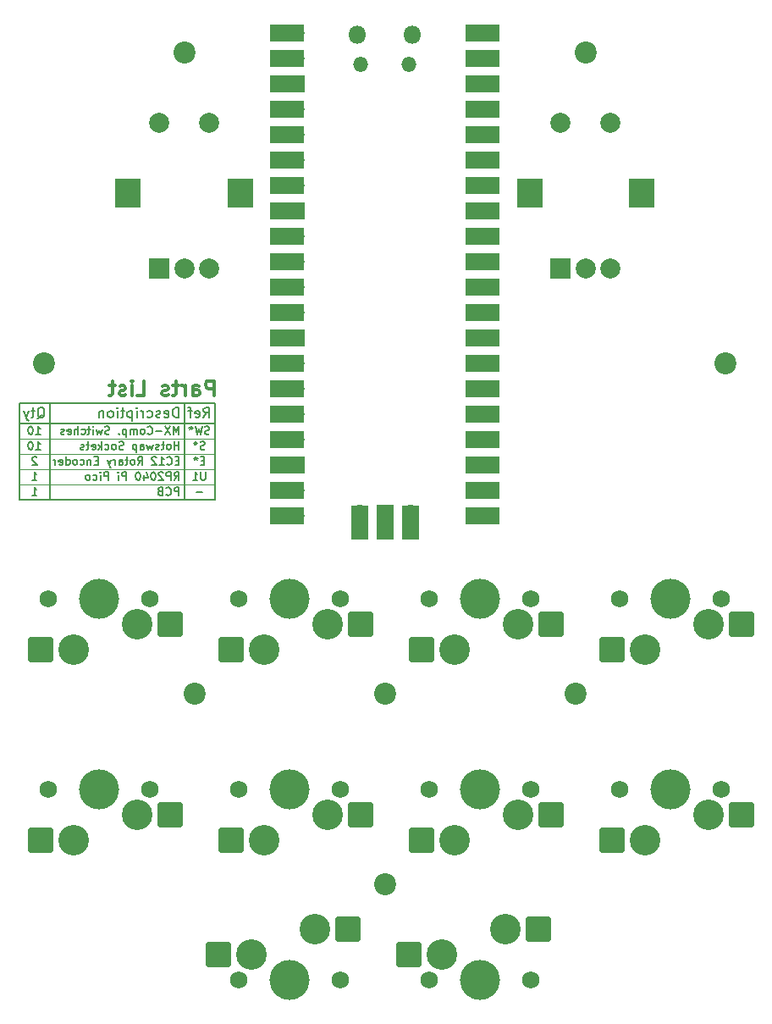
<source format=gbs>
%TF.GenerationSoftware,KiCad,Pcbnew,8.0.4*%
%TF.CreationDate,2024-09-06T01:45:46+10:00*%
%TF.ProjectId,PCB,5043422e-6b69-4636-9164-5f7063625858,rev?*%
%TF.SameCoordinates,Original*%
%TF.FileFunction,Soldermask,Bot*%
%TF.FilePolarity,Negative*%
%FSLAX46Y46*%
G04 Gerber Fmt 4.6, Leading zero omitted, Abs format (unit mm)*
G04 Created by KiCad (PCBNEW 8.0.4) date 2024-09-06 01:45:46*
%MOMM*%
%LPD*%
G01*
G04 APERTURE LIST*
G04 Aperture macros list*
%AMRoundRect*
0 Rectangle with rounded corners*
0 $1 Rounding radius*
0 $2 $3 $4 $5 $6 $7 $8 $9 X,Y pos of 4 corners*
0 Add a 4 corners polygon primitive as box body*
4,1,4,$2,$3,$4,$5,$6,$7,$8,$9,$2,$3,0*
0 Add four circle primitives for the rounded corners*
1,1,$1+$1,$2,$3*
1,1,$1+$1,$4,$5*
1,1,$1+$1,$6,$7*
1,1,$1+$1,$8,$9*
0 Add four rect primitives between the rounded corners*
20,1,$1+$1,$2,$3,$4,$5,0*
20,1,$1+$1,$4,$5,$6,$7,0*
20,1,$1+$1,$6,$7,$8,$9,0*
20,1,$1+$1,$8,$9,$2,$3,0*%
G04 Aperture macros list end*
%ADD10C,0.100000*%
%ADD11C,0.150000*%
%ADD12C,0.300000*%
%ADD13C,1.750000*%
%ADD14C,3.050000*%
%ADD15C,4.000000*%
%ADD16RoundRect,0.250000X1.025000X1.000000X-1.025000X1.000000X-1.025000X-1.000000X1.025000X-1.000000X0*%
%ADD17C,2.200000*%
%ADD18R,2.000000X2.000000*%
%ADD19C,2.000000*%
%ADD20R,2.500000X3.000000*%
%ADD21RoundRect,0.250000X-1.025000X-1.000000X1.025000X-1.000000X1.025000X1.000000X-1.025000X1.000000X0*%
%ADD22O,1.800000X1.800000*%
%ADD23O,1.500000X1.500000*%
%ADD24O,1.700000X1.700000*%
%ADD25R,3.500000X1.700000*%
%ADD26R,1.700000X1.700000*%
%ADD27R,1.700000X3.500000*%
G04 APERTURE END LIST*
D10*
X101218000Y-89287000D02*
X120776000Y-89287000D01*
D11*
X101218000Y-84715000D02*
X120776000Y-84715000D01*
D10*
X101218000Y-87763000D02*
X120776000Y-87763000D01*
D11*
X101218000Y-82683000D02*
X120776000Y-82683000D01*
X120776000Y-92360400D01*
X101218000Y-92360400D01*
X101218000Y-82683000D01*
D10*
X101218000Y-90811000D02*
X120776000Y-90811000D01*
D11*
X104266000Y-92335000D02*
X104266000Y-82683000D01*
X117728000Y-92335000D02*
X117728000Y-82683000D01*
D10*
X101218000Y-86239000D02*
X120776000Y-86239000D01*
D11*
X117184839Y-85839295D02*
X117184839Y-85039295D01*
X117184839Y-85039295D02*
X116918173Y-85610723D01*
X116918173Y-85610723D02*
X116651506Y-85039295D01*
X116651506Y-85039295D02*
X116651506Y-85839295D01*
X116346744Y-85039295D02*
X115813410Y-85839295D01*
X115813410Y-85039295D02*
X116346744Y-85839295D01*
X115508648Y-85534533D02*
X114899125Y-85534533D01*
X114061029Y-85763104D02*
X114099125Y-85801200D01*
X114099125Y-85801200D02*
X114213410Y-85839295D01*
X114213410Y-85839295D02*
X114289601Y-85839295D01*
X114289601Y-85839295D02*
X114403887Y-85801200D01*
X114403887Y-85801200D02*
X114480077Y-85725009D01*
X114480077Y-85725009D02*
X114518172Y-85648819D01*
X114518172Y-85648819D02*
X114556268Y-85496438D01*
X114556268Y-85496438D02*
X114556268Y-85382152D01*
X114556268Y-85382152D02*
X114518172Y-85229771D01*
X114518172Y-85229771D02*
X114480077Y-85153580D01*
X114480077Y-85153580D02*
X114403887Y-85077390D01*
X114403887Y-85077390D02*
X114289601Y-85039295D01*
X114289601Y-85039295D02*
X114213410Y-85039295D01*
X114213410Y-85039295D02*
X114099125Y-85077390D01*
X114099125Y-85077390D02*
X114061029Y-85115485D01*
X113603887Y-85839295D02*
X113680077Y-85801200D01*
X113680077Y-85801200D02*
X113718172Y-85763104D01*
X113718172Y-85763104D02*
X113756268Y-85686914D01*
X113756268Y-85686914D02*
X113756268Y-85458342D01*
X113756268Y-85458342D02*
X113718172Y-85382152D01*
X113718172Y-85382152D02*
X113680077Y-85344057D01*
X113680077Y-85344057D02*
X113603887Y-85305961D01*
X113603887Y-85305961D02*
X113489601Y-85305961D01*
X113489601Y-85305961D02*
X113413410Y-85344057D01*
X113413410Y-85344057D02*
X113375315Y-85382152D01*
X113375315Y-85382152D02*
X113337220Y-85458342D01*
X113337220Y-85458342D02*
X113337220Y-85686914D01*
X113337220Y-85686914D02*
X113375315Y-85763104D01*
X113375315Y-85763104D02*
X113413410Y-85801200D01*
X113413410Y-85801200D02*
X113489601Y-85839295D01*
X113489601Y-85839295D02*
X113603887Y-85839295D01*
X112994362Y-85839295D02*
X112994362Y-85305961D01*
X112994362Y-85382152D02*
X112956267Y-85344057D01*
X112956267Y-85344057D02*
X112880077Y-85305961D01*
X112880077Y-85305961D02*
X112765791Y-85305961D01*
X112765791Y-85305961D02*
X112689600Y-85344057D01*
X112689600Y-85344057D02*
X112651505Y-85420247D01*
X112651505Y-85420247D02*
X112651505Y-85839295D01*
X112651505Y-85420247D02*
X112613410Y-85344057D01*
X112613410Y-85344057D02*
X112537219Y-85305961D01*
X112537219Y-85305961D02*
X112422934Y-85305961D01*
X112422934Y-85305961D02*
X112346743Y-85344057D01*
X112346743Y-85344057D02*
X112308648Y-85420247D01*
X112308648Y-85420247D02*
X112308648Y-85839295D01*
X111927695Y-85305961D02*
X111927695Y-86105961D01*
X111927695Y-85344057D02*
X111851505Y-85305961D01*
X111851505Y-85305961D02*
X111699124Y-85305961D01*
X111699124Y-85305961D02*
X111622933Y-85344057D01*
X111622933Y-85344057D02*
X111584838Y-85382152D01*
X111584838Y-85382152D02*
X111546743Y-85458342D01*
X111546743Y-85458342D02*
X111546743Y-85686914D01*
X111546743Y-85686914D02*
X111584838Y-85763104D01*
X111584838Y-85763104D02*
X111622933Y-85801200D01*
X111622933Y-85801200D02*
X111699124Y-85839295D01*
X111699124Y-85839295D02*
X111851505Y-85839295D01*
X111851505Y-85839295D02*
X111927695Y-85801200D01*
X111203885Y-85763104D02*
X111165790Y-85801200D01*
X111165790Y-85801200D02*
X111203885Y-85839295D01*
X111203885Y-85839295D02*
X111241981Y-85801200D01*
X111241981Y-85801200D02*
X111203885Y-85763104D01*
X111203885Y-85763104D02*
X111203885Y-85839295D01*
X110251505Y-85801200D02*
X110137219Y-85839295D01*
X110137219Y-85839295D02*
X109946743Y-85839295D01*
X109946743Y-85839295D02*
X109870552Y-85801200D01*
X109870552Y-85801200D02*
X109832457Y-85763104D01*
X109832457Y-85763104D02*
X109794362Y-85686914D01*
X109794362Y-85686914D02*
X109794362Y-85610723D01*
X109794362Y-85610723D02*
X109832457Y-85534533D01*
X109832457Y-85534533D02*
X109870552Y-85496438D01*
X109870552Y-85496438D02*
X109946743Y-85458342D01*
X109946743Y-85458342D02*
X110099124Y-85420247D01*
X110099124Y-85420247D02*
X110175314Y-85382152D01*
X110175314Y-85382152D02*
X110213409Y-85344057D01*
X110213409Y-85344057D02*
X110251505Y-85267866D01*
X110251505Y-85267866D02*
X110251505Y-85191676D01*
X110251505Y-85191676D02*
X110213409Y-85115485D01*
X110213409Y-85115485D02*
X110175314Y-85077390D01*
X110175314Y-85077390D02*
X110099124Y-85039295D01*
X110099124Y-85039295D02*
X109908647Y-85039295D01*
X109908647Y-85039295D02*
X109794362Y-85077390D01*
X109527695Y-85305961D02*
X109375314Y-85839295D01*
X109375314Y-85839295D02*
X109222933Y-85458342D01*
X109222933Y-85458342D02*
X109070552Y-85839295D01*
X109070552Y-85839295D02*
X108918171Y-85305961D01*
X108613409Y-85839295D02*
X108613409Y-85305961D01*
X108613409Y-85039295D02*
X108651505Y-85077390D01*
X108651505Y-85077390D02*
X108613409Y-85115485D01*
X108613409Y-85115485D02*
X108575314Y-85077390D01*
X108575314Y-85077390D02*
X108613409Y-85039295D01*
X108613409Y-85039295D02*
X108613409Y-85115485D01*
X108346743Y-85305961D02*
X108041981Y-85305961D01*
X108232457Y-85039295D02*
X108232457Y-85725009D01*
X108232457Y-85725009D02*
X108194362Y-85801200D01*
X108194362Y-85801200D02*
X108118172Y-85839295D01*
X108118172Y-85839295D02*
X108041981Y-85839295D01*
X107432457Y-85801200D02*
X107508648Y-85839295D01*
X107508648Y-85839295D02*
X107661029Y-85839295D01*
X107661029Y-85839295D02*
X107737219Y-85801200D01*
X107737219Y-85801200D02*
X107775314Y-85763104D01*
X107775314Y-85763104D02*
X107813410Y-85686914D01*
X107813410Y-85686914D02*
X107813410Y-85458342D01*
X107813410Y-85458342D02*
X107775314Y-85382152D01*
X107775314Y-85382152D02*
X107737219Y-85344057D01*
X107737219Y-85344057D02*
X107661029Y-85305961D01*
X107661029Y-85305961D02*
X107508648Y-85305961D01*
X107508648Y-85305961D02*
X107432457Y-85344057D01*
X107089600Y-85839295D02*
X107089600Y-85039295D01*
X106746743Y-85839295D02*
X106746743Y-85420247D01*
X106746743Y-85420247D02*
X106784838Y-85344057D01*
X106784838Y-85344057D02*
X106861029Y-85305961D01*
X106861029Y-85305961D02*
X106975315Y-85305961D01*
X106975315Y-85305961D02*
X107051505Y-85344057D01*
X107051505Y-85344057D02*
X107089600Y-85382152D01*
X106061028Y-85801200D02*
X106137219Y-85839295D01*
X106137219Y-85839295D02*
X106289600Y-85839295D01*
X106289600Y-85839295D02*
X106365790Y-85801200D01*
X106365790Y-85801200D02*
X106403886Y-85725009D01*
X106403886Y-85725009D02*
X106403886Y-85420247D01*
X106403886Y-85420247D02*
X106365790Y-85344057D01*
X106365790Y-85344057D02*
X106289600Y-85305961D01*
X106289600Y-85305961D02*
X106137219Y-85305961D01*
X106137219Y-85305961D02*
X106061028Y-85344057D01*
X106061028Y-85344057D02*
X106022933Y-85420247D01*
X106022933Y-85420247D02*
X106022933Y-85496438D01*
X106022933Y-85496438D02*
X106403886Y-85572628D01*
X105718172Y-85801200D02*
X105641981Y-85839295D01*
X105641981Y-85839295D02*
X105489600Y-85839295D01*
X105489600Y-85839295D02*
X105413410Y-85801200D01*
X105413410Y-85801200D02*
X105375314Y-85725009D01*
X105375314Y-85725009D02*
X105375314Y-85686914D01*
X105375314Y-85686914D02*
X105413410Y-85610723D01*
X105413410Y-85610723D02*
X105489600Y-85572628D01*
X105489600Y-85572628D02*
X105603886Y-85572628D01*
X105603886Y-85572628D02*
X105680076Y-85534533D01*
X105680076Y-85534533D02*
X105718172Y-85458342D01*
X105718172Y-85458342D02*
X105718172Y-85420247D01*
X105718172Y-85420247D02*
X105680076Y-85344057D01*
X105680076Y-85344057D02*
X105603886Y-85305961D01*
X105603886Y-85305961D02*
X105489600Y-85305961D01*
X105489600Y-85305961D02*
X105413410Y-85344057D01*
X102513428Y-91935295D02*
X102970571Y-91935295D01*
X102741999Y-91935295D02*
X102741999Y-91135295D01*
X102741999Y-91135295D02*
X102818190Y-91249580D01*
X102818190Y-91249580D02*
X102894380Y-91325771D01*
X102894380Y-91325771D02*
X102970571Y-91363866D01*
D12*
X120711857Y-81975828D02*
X120711857Y-80475828D01*
X120711857Y-80475828D02*
X120140428Y-80475828D01*
X120140428Y-80475828D02*
X119997571Y-80547257D01*
X119997571Y-80547257D02*
X119926142Y-80618685D01*
X119926142Y-80618685D02*
X119854714Y-80761542D01*
X119854714Y-80761542D02*
X119854714Y-80975828D01*
X119854714Y-80975828D02*
X119926142Y-81118685D01*
X119926142Y-81118685D02*
X119997571Y-81190114D01*
X119997571Y-81190114D02*
X120140428Y-81261542D01*
X120140428Y-81261542D02*
X120711857Y-81261542D01*
X118569000Y-81975828D02*
X118569000Y-81190114D01*
X118569000Y-81190114D02*
X118640428Y-81047257D01*
X118640428Y-81047257D02*
X118783285Y-80975828D01*
X118783285Y-80975828D02*
X119069000Y-80975828D01*
X119069000Y-80975828D02*
X119211857Y-81047257D01*
X118569000Y-81904400D02*
X118711857Y-81975828D01*
X118711857Y-81975828D02*
X119069000Y-81975828D01*
X119069000Y-81975828D02*
X119211857Y-81904400D01*
X119211857Y-81904400D02*
X119283285Y-81761542D01*
X119283285Y-81761542D02*
X119283285Y-81618685D01*
X119283285Y-81618685D02*
X119211857Y-81475828D01*
X119211857Y-81475828D02*
X119069000Y-81404400D01*
X119069000Y-81404400D02*
X118711857Y-81404400D01*
X118711857Y-81404400D02*
X118569000Y-81332971D01*
X117854714Y-81975828D02*
X117854714Y-80975828D01*
X117854714Y-81261542D02*
X117783285Y-81118685D01*
X117783285Y-81118685D02*
X117711857Y-81047257D01*
X117711857Y-81047257D02*
X117568999Y-80975828D01*
X117568999Y-80975828D02*
X117426142Y-80975828D01*
X117140428Y-80975828D02*
X116569000Y-80975828D01*
X116926143Y-80475828D02*
X116926143Y-81761542D01*
X116926143Y-81761542D02*
X116854714Y-81904400D01*
X116854714Y-81904400D02*
X116711857Y-81975828D01*
X116711857Y-81975828D02*
X116569000Y-81975828D01*
X116140428Y-81904400D02*
X115997571Y-81975828D01*
X115997571Y-81975828D02*
X115711857Y-81975828D01*
X115711857Y-81975828D02*
X115569000Y-81904400D01*
X115569000Y-81904400D02*
X115497571Y-81761542D01*
X115497571Y-81761542D02*
X115497571Y-81690114D01*
X115497571Y-81690114D02*
X115569000Y-81547257D01*
X115569000Y-81547257D02*
X115711857Y-81475828D01*
X115711857Y-81475828D02*
X115926143Y-81475828D01*
X115926143Y-81475828D02*
X116069000Y-81404400D01*
X116069000Y-81404400D02*
X116140428Y-81261542D01*
X116140428Y-81261542D02*
X116140428Y-81190114D01*
X116140428Y-81190114D02*
X116069000Y-81047257D01*
X116069000Y-81047257D02*
X115926143Y-80975828D01*
X115926143Y-80975828D02*
X115711857Y-80975828D01*
X115711857Y-80975828D02*
X115569000Y-81047257D01*
X112997571Y-81975828D02*
X113711857Y-81975828D01*
X113711857Y-81975828D02*
X113711857Y-80475828D01*
X112497571Y-81975828D02*
X112497571Y-80975828D01*
X112497571Y-80475828D02*
X112568999Y-80547257D01*
X112568999Y-80547257D02*
X112497571Y-80618685D01*
X112497571Y-80618685D02*
X112426142Y-80547257D01*
X112426142Y-80547257D02*
X112497571Y-80475828D01*
X112497571Y-80475828D02*
X112497571Y-80618685D01*
X111854713Y-81904400D02*
X111711856Y-81975828D01*
X111711856Y-81975828D02*
X111426142Y-81975828D01*
X111426142Y-81975828D02*
X111283285Y-81904400D01*
X111283285Y-81904400D02*
X111211856Y-81761542D01*
X111211856Y-81761542D02*
X111211856Y-81690114D01*
X111211856Y-81690114D02*
X111283285Y-81547257D01*
X111283285Y-81547257D02*
X111426142Y-81475828D01*
X111426142Y-81475828D02*
X111640428Y-81475828D01*
X111640428Y-81475828D02*
X111783285Y-81404400D01*
X111783285Y-81404400D02*
X111854713Y-81261542D01*
X111854713Y-81261542D02*
X111854713Y-81190114D01*
X111854713Y-81190114D02*
X111783285Y-81047257D01*
X111783285Y-81047257D02*
X111640428Y-80975828D01*
X111640428Y-80975828D02*
X111426142Y-80975828D01*
X111426142Y-80975828D02*
X111283285Y-81047257D01*
X110783284Y-80975828D02*
X110211856Y-80975828D01*
X110568999Y-80475828D02*
X110568999Y-81761542D01*
X110568999Y-81761542D02*
X110497570Y-81904400D01*
X110497570Y-81904400D02*
X110354713Y-81975828D01*
X110354713Y-81975828D02*
X110211856Y-81975828D01*
D11*
X117184839Y-88468247D02*
X116918173Y-88468247D01*
X116803887Y-88887295D02*
X117184839Y-88887295D01*
X117184839Y-88887295D02*
X117184839Y-88087295D01*
X117184839Y-88087295D02*
X116803887Y-88087295D01*
X116003886Y-88811104D02*
X116041982Y-88849200D01*
X116041982Y-88849200D02*
X116156267Y-88887295D01*
X116156267Y-88887295D02*
X116232458Y-88887295D01*
X116232458Y-88887295D02*
X116346744Y-88849200D01*
X116346744Y-88849200D02*
X116422934Y-88773009D01*
X116422934Y-88773009D02*
X116461029Y-88696819D01*
X116461029Y-88696819D02*
X116499125Y-88544438D01*
X116499125Y-88544438D02*
X116499125Y-88430152D01*
X116499125Y-88430152D02*
X116461029Y-88277771D01*
X116461029Y-88277771D02*
X116422934Y-88201580D01*
X116422934Y-88201580D02*
X116346744Y-88125390D01*
X116346744Y-88125390D02*
X116232458Y-88087295D01*
X116232458Y-88087295D02*
X116156267Y-88087295D01*
X116156267Y-88087295D02*
X116041982Y-88125390D01*
X116041982Y-88125390D02*
X116003886Y-88163485D01*
X115241982Y-88887295D02*
X115699125Y-88887295D01*
X115470553Y-88887295D02*
X115470553Y-88087295D01*
X115470553Y-88087295D02*
X115546744Y-88201580D01*
X115546744Y-88201580D02*
X115622934Y-88277771D01*
X115622934Y-88277771D02*
X115699125Y-88315866D01*
X114937220Y-88163485D02*
X114899124Y-88125390D01*
X114899124Y-88125390D02*
X114822934Y-88087295D01*
X114822934Y-88087295D02*
X114632458Y-88087295D01*
X114632458Y-88087295D02*
X114556267Y-88125390D01*
X114556267Y-88125390D02*
X114518172Y-88163485D01*
X114518172Y-88163485D02*
X114480077Y-88239676D01*
X114480077Y-88239676D02*
X114480077Y-88315866D01*
X114480077Y-88315866D02*
X114518172Y-88430152D01*
X114518172Y-88430152D02*
X114975315Y-88887295D01*
X114975315Y-88887295D02*
X114480077Y-88887295D01*
X113070552Y-88887295D02*
X113337219Y-88506342D01*
X113527695Y-88887295D02*
X113527695Y-88087295D01*
X113527695Y-88087295D02*
X113222933Y-88087295D01*
X113222933Y-88087295D02*
X113146743Y-88125390D01*
X113146743Y-88125390D02*
X113108648Y-88163485D01*
X113108648Y-88163485D02*
X113070552Y-88239676D01*
X113070552Y-88239676D02*
X113070552Y-88353961D01*
X113070552Y-88353961D02*
X113108648Y-88430152D01*
X113108648Y-88430152D02*
X113146743Y-88468247D01*
X113146743Y-88468247D02*
X113222933Y-88506342D01*
X113222933Y-88506342D02*
X113527695Y-88506342D01*
X112613410Y-88887295D02*
X112689600Y-88849200D01*
X112689600Y-88849200D02*
X112727695Y-88811104D01*
X112727695Y-88811104D02*
X112765791Y-88734914D01*
X112765791Y-88734914D02*
X112765791Y-88506342D01*
X112765791Y-88506342D02*
X112727695Y-88430152D01*
X112727695Y-88430152D02*
X112689600Y-88392057D01*
X112689600Y-88392057D02*
X112613410Y-88353961D01*
X112613410Y-88353961D02*
X112499124Y-88353961D01*
X112499124Y-88353961D02*
X112422933Y-88392057D01*
X112422933Y-88392057D02*
X112384838Y-88430152D01*
X112384838Y-88430152D02*
X112346743Y-88506342D01*
X112346743Y-88506342D02*
X112346743Y-88734914D01*
X112346743Y-88734914D02*
X112384838Y-88811104D01*
X112384838Y-88811104D02*
X112422933Y-88849200D01*
X112422933Y-88849200D02*
X112499124Y-88887295D01*
X112499124Y-88887295D02*
X112613410Y-88887295D01*
X112118171Y-88353961D02*
X111813409Y-88353961D01*
X112003885Y-88087295D02*
X112003885Y-88773009D01*
X112003885Y-88773009D02*
X111965790Y-88849200D01*
X111965790Y-88849200D02*
X111889600Y-88887295D01*
X111889600Y-88887295D02*
X111813409Y-88887295D01*
X111203885Y-88887295D02*
X111203885Y-88468247D01*
X111203885Y-88468247D02*
X111241980Y-88392057D01*
X111241980Y-88392057D02*
X111318171Y-88353961D01*
X111318171Y-88353961D02*
X111470552Y-88353961D01*
X111470552Y-88353961D02*
X111546742Y-88392057D01*
X111203885Y-88849200D02*
X111280076Y-88887295D01*
X111280076Y-88887295D02*
X111470552Y-88887295D01*
X111470552Y-88887295D02*
X111546742Y-88849200D01*
X111546742Y-88849200D02*
X111584838Y-88773009D01*
X111584838Y-88773009D02*
X111584838Y-88696819D01*
X111584838Y-88696819D02*
X111546742Y-88620628D01*
X111546742Y-88620628D02*
X111470552Y-88582533D01*
X111470552Y-88582533D02*
X111280076Y-88582533D01*
X111280076Y-88582533D02*
X111203885Y-88544438D01*
X110822932Y-88887295D02*
X110822932Y-88353961D01*
X110822932Y-88506342D02*
X110784837Y-88430152D01*
X110784837Y-88430152D02*
X110746742Y-88392057D01*
X110746742Y-88392057D02*
X110670551Y-88353961D01*
X110670551Y-88353961D02*
X110594361Y-88353961D01*
X110403885Y-88353961D02*
X110213409Y-88887295D01*
X110022932Y-88353961D02*
X110213409Y-88887295D01*
X110213409Y-88887295D02*
X110289599Y-89077771D01*
X110289599Y-89077771D02*
X110327694Y-89115866D01*
X110327694Y-89115866D02*
X110403885Y-89153961D01*
X109108646Y-88468247D02*
X108841980Y-88468247D01*
X108727694Y-88887295D02*
X109108646Y-88887295D01*
X109108646Y-88887295D02*
X109108646Y-88087295D01*
X109108646Y-88087295D02*
X108727694Y-88087295D01*
X108384836Y-88353961D02*
X108384836Y-88887295D01*
X108384836Y-88430152D02*
X108346741Y-88392057D01*
X108346741Y-88392057D02*
X108270551Y-88353961D01*
X108270551Y-88353961D02*
X108156265Y-88353961D01*
X108156265Y-88353961D02*
X108080074Y-88392057D01*
X108080074Y-88392057D02*
X108041979Y-88468247D01*
X108041979Y-88468247D02*
X108041979Y-88887295D01*
X107318169Y-88849200D02*
X107394360Y-88887295D01*
X107394360Y-88887295D02*
X107546741Y-88887295D01*
X107546741Y-88887295D02*
X107622931Y-88849200D01*
X107622931Y-88849200D02*
X107661026Y-88811104D01*
X107661026Y-88811104D02*
X107699122Y-88734914D01*
X107699122Y-88734914D02*
X107699122Y-88506342D01*
X107699122Y-88506342D02*
X107661026Y-88430152D01*
X107661026Y-88430152D02*
X107622931Y-88392057D01*
X107622931Y-88392057D02*
X107546741Y-88353961D01*
X107546741Y-88353961D02*
X107394360Y-88353961D01*
X107394360Y-88353961D02*
X107318169Y-88392057D01*
X106861027Y-88887295D02*
X106937217Y-88849200D01*
X106937217Y-88849200D02*
X106975312Y-88811104D01*
X106975312Y-88811104D02*
X107013408Y-88734914D01*
X107013408Y-88734914D02*
X107013408Y-88506342D01*
X107013408Y-88506342D02*
X106975312Y-88430152D01*
X106975312Y-88430152D02*
X106937217Y-88392057D01*
X106937217Y-88392057D02*
X106861027Y-88353961D01*
X106861027Y-88353961D02*
X106746741Y-88353961D01*
X106746741Y-88353961D02*
X106670550Y-88392057D01*
X106670550Y-88392057D02*
X106632455Y-88430152D01*
X106632455Y-88430152D02*
X106594360Y-88506342D01*
X106594360Y-88506342D02*
X106594360Y-88734914D01*
X106594360Y-88734914D02*
X106632455Y-88811104D01*
X106632455Y-88811104D02*
X106670550Y-88849200D01*
X106670550Y-88849200D02*
X106746741Y-88887295D01*
X106746741Y-88887295D02*
X106861027Y-88887295D01*
X105908645Y-88887295D02*
X105908645Y-88087295D01*
X105908645Y-88849200D02*
X105984836Y-88887295D01*
X105984836Y-88887295D02*
X106137217Y-88887295D01*
X106137217Y-88887295D02*
X106213407Y-88849200D01*
X106213407Y-88849200D02*
X106251502Y-88811104D01*
X106251502Y-88811104D02*
X106289598Y-88734914D01*
X106289598Y-88734914D02*
X106289598Y-88506342D01*
X106289598Y-88506342D02*
X106251502Y-88430152D01*
X106251502Y-88430152D02*
X106213407Y-88392057D01*
X106213407Y-88392057D02*
X106137217Y-88353961D01*
X106137217Y-88353961D02*
X105984836Y-88353961D01*
X105984836Y-88353961D02*
X105908645Y-88392057D01*
X105222930Y-88849200D02*
X105299121Y-88887295D01*
X105299121Y-88887295D02*
X105451502Y-88887295D01*
X105451502Y-88887295D02*
X105527692Y-88849200D01*
X105527692Y-88849200D02*
X105565788Y-88773009D01*
X105565788Y-88773009D02*
X105565788Y-88468247D01*
X105565788Y-88468247D02*
X105527692Y-88392057D01*
X105527692Y-88392057D02*
X105451502Y-88353961D01*
X105451502Y-88353961D02*
X105299121Y-88353961D01*
X105299121Y-88353961D02*
X105222930Y-88392057D01*
X105222930Y-88392057D02*
X105184835Y-88468247D01*
X105184835Y-88468247D02*
X105184835Y-88544438D01*
X105184835Y-88544438D02*
X105565788Y-88620628D01*
X104841978Y-88887295D02*
X104841978Y-88353961D01*
X104841978Y-88506342D02*
X104803883Y-88430152D01*
X104803883Y-88430152D02*
X104765788Y-88392057D01*
X104765788Y-88392057D02*
X104689597Y-88353961D01*
X104689597Y-88353961D02*
X104613407Y-88353961D01*
X117184839Y-91935295D02*
X117184839Y-91135295D01*
X117184839Y-91135295D02*
X116880077Y-91135295D01*
X116880077Y-91135295D02*
X116803887Y-91173390D01*
X116803887Y-91173390D02*
X116765792Y-91211485D01*
X116765792Y-91211485D02*
X116727696Y-91287676D01*
X116727696Y-91287676D02*
X116727696Y-91401961D01*
X116727696Y-91401961D02*
X116765792Y-91478152D01*
X116765792Y-91478152D02*
X116803887Y-91516247D01*
X116803887Y-91516247D02*
X116880077Y-91554342D01*
X116880077Y-91554342D02*
X117184839Y-91554342D01*
X115927696Y-91859104D02*
X115965792Y-91897200D01*
X115965792Y-91897200D02*
X116080077Y-91935295D01*
X116080077Y-91935295D02*
X116156268Y-91935295D01*
X116156268Y-91935295D02*
X116270554Y-91897200D01*
X116270554Y-91897200D02*
X116346744Y-91821009D01*
X116346744Y-91821009D02*
X116384839Y-91744819D01*
X116384839Y-91744819D02*
X116422935Y-91592438D01*
X116422935Y-91592438D02*
X116422935Y-91478152D01*
X116422935Y-91478152D02*
X116384839Y-91325771D01*
X116384839Y-91325771D02*
X116346744Y-91249580D01*
X116346744Y-91249580D02*
X116270554Y-91173390D01*
X116270554Y-91173390D02*
X116156268Y-91135295D01*
X116156268Y-91135295D02*
X116080077Y-91135295D01*
X116080077Y-91135295D02*
X115965792Y-91173390D01*
X115965792Y-91173390D02*
X115927696Y-91211485D01*
X115318173Y-91516247D02*
X115203887Y-91554342D01*
X115203887Y-91554342D02*
X115165792Y-91592438D01*
X115165792Y-91592438D02*
X115127696Y-91668628D01*
X115127696Y-91668628D02*
X115127696Y-91782914D01*
X115127696Y-91782914D02*
X115165792Y-91859104D01*
X115165792Y-91859104D02*
X115203887Y-91897200D01*
X115203887Y-91897200D02*
X115280077Y-91935295D01*
X115280077Y-91935295D02*
X115584839Y-91935295D01*
X115584839Y-91935295D02*
X115584839Y-91135295D01*
X115584839Y-91135295D02*
X115318173Y-91135295D01*
X115318173Y-91135295D02*
X115241982Y-91173390D01*
X115241982Y-91173390D02*
X115203887Y-91211485D01*
X115203887Y-91211485D02*
X115165792Y-91287676D01*
X115165792Y-91287676D02*
X115165792Y-91363866D01*
X115165792Y-91363866D02*
X115203887Y-91440057D01*
X115203887Y-91440057D02*
X115241982Y-91478152D01*
X115241982Y-91478152D02*
X115318173Y-91516247D01*
X115318173Y-91516247D02*
X115584839Y-91516247D01*
X103027714Y-84249057D02*
X103122952Y-84201438D01*
X103122952Y-84201438D02*
X103218190Y-84106200D01*
X103218190Y-84106200D02*
X103361047Y-83963342D01*
X103361047Y-83963342D02*
X103456285Y-83915723D01*
X103456285Y-83915723D02*
X103551523Y-83915723D01*
X103503904Y-84153819D02*
X103599142Y-84106200D01*
X103599142Y-84106200D02*
X103694380Y-84010961D01*
X103694380Y-84010961D02*
X103741999Y-83820485D01*
X103741999Y-83820485D02*
X103741999Y-83487152D01*
X103741999Y-83487152D02*
X103694380Y-83296676D01*
X103694380Y-83296676D02*
X103599142Y-83201438D01*
X103599142Y-83201438D02*
X103503904Y-83153819D01*
X103503904Y-83153819D02*
X103313428Y-83153819D01*
X103313428Y-83153819D02*
X103218190Y-83201438D01*
X103218190Y-83201438D02*
X103122952Y-83296676D01*
X103122952Y-83296676D02*
X103075333Y-83487152D01*
X103075333Y-83487152D02*
X103075333Y-83820485D01*
X103075333Y-83820485D02*
X103122952Y-84010961D01*
X103122952Y-84010961D02*
X103218190Y-84106200D01*
X103218190Y-84106200D02*
X103313428Y-84153819D01*
X103313428Y-84153819D02*
X103503904Y-84153819D01*
X102789618Y-83487152D02*
X102408666Y-83487152D01*
X102646761Y-83153819D02*
X102646761Y-84010961D01*
X102646761Y-84010961D02*
X102599142Y-84106200D01*
X102599142Y-84106200D02*
X102503904Y-84153819D01*
X102503904Y-84153819D02*
X102408666Y-84153819D01*
X102170570Y-83487152D02*
X101932475Y-84153819D01*
X101694380Y-83487152D02*
X101932475Y-84153819D01*
X101932475Y-84153819D02*
X102027713Y-84391914D01*
X102027713Y-84391914D02*
X102075332Y-84439533D01*
X102075332Y-84439533D02*
X102170570Y-84487152D01*
X102513428Y-90411295D02*
X102970571Y-90411295D01*
X102741999Y-90411295D02*
X102741999Y-89611295D01*
X102741999Y-89611295D02*
X102818190Y-89725580D01*
X102818190Y-89725580D02*
X102894380Y-89801771D01*
X102894380Y-89801771D02*
X102970571Y-89839866D01*
X119556761Y-91630533D02*
X118947238Y-91630533D01*
X117184839Y-87363295D02*
X117184839Y-86563295D01*
X117184839Y-86944247D02*
X116727696Y-86944247D01*
X116727696Y-87363295D02*
X116727696Y-86563295D01*
X116232459Y-87363295D02*
X116308649Y-87325200D01*
X116308649Y-87325200D02*
X116346744Y-87287104D01*
X116346744Y-87287104D02*
X116384840Y-87210914D01*
X116384840Y-87210914D02*
X116384840Y-86982342D01*
X116384840Y-86982342D02*
X116346744Y-86906152D01*
X116346744Y-86906152D02*
X116308649Y-86868057D01*
X116308649Y-86868057D02*
X116232459Y-86829961D01*
X116232459Y-86829961D02*
X116118173Y-86829961D01*
X116118173Y-86829961D02*
X116041982Y-86868057D01*
X116041982Y-86868057D02*
X116003887Y-86906152D01*
X116003887Y-86906152D02*
X115965792Y-86982342D01*
X115965792Y-86982342D02*
X115965792Y-87210914D01*
X115965792Y-87210914D02*
X116003887Y-87287104D01*
X116003887Y-87287104D02*
X116041982Y-87325200D01*
X116041982Y-87325200D02*
X116118173Y-87363295D01*
X116118173Y-87363295D02*
X116232459Y-87363295D01*
X115737220Y-86829961D02*
X115432458Y-86829961D01*
X115622934Y-86563295D02*
X115622934Y-87249009D01*
X115622934Y-87249009D02*
X115584839Y-87325200D01*
X115584839Y-87325200D02*
X115508649Y-87363295D01*
X115508649Y-87363295D02*
X115432458Y-87363295D01*
X115203887Y-87325200D02*
X115127696Y-87363295D01*
X115127696Y-87363295D02*
X114975315Y-87363295D01*
X114975315Y-87363295D02*
X114899125Y-87325200D01*
X114899125Y-87325200D02*
X114861029Y-87249009D01*
X114861029Y-87249009D02*
X114861029Y-87210914D01*
X114861029Y-87210914D02*
X114899125Y-87134723D01*
X114899125Y-87134723D02*
X114975315Y-87096628D01*
X114975315Y-87096628D02*
X115089601Y-87096628D01*
X115089601Y-87096628D02*
X115165791Y-87058533D01*
X115165791Y-87058533D02*
X115203887Y-86982342D01*
X115203887Y-86982342D02*
X115203887Y-86944247D01*
X115203887Y-86944247D02*
X115165791Y-86868057D01*
X115165791Y-86868057D02*
X115089601Y-86829961D01*
X115089601Y-86829961D02*
X114975315Y-86829961D01*
X114975315Y-86829961D02*
X114899125Y-86868057D01*
X114594363Y-86829961D02*
X114441982Y-87363295D01*
X114441982Y-87363295D02*
X114289601Y-86982342D01*
X114289601Y-86982342D02*
X114137220Y-87363295D01*
X114137220Y-87363295D02*
X113984839Y-86829961D01*
X113337220Y-87363295D02*
X113337220Y-86944247D01*
X113337220Y-86944247D02*
X113375315Y-86868057D01*
X113375315Y-86868057D02*
X113451506Y-86829961D01*
X113451506Y-86829961D02*
X113603887Y-86829961D01*
X113603887Y-86829961D02*
X113680077Y-86868057D01*
X113337220Y-87325200D02*
X113413411Y-87363295D01*
X113413411Y-87363295D02*
X113603887Y-87363295D01*
X113603887Y-87363295D02*
X113680077Y-87325200D01*
X113680077Y-87325200D02*
X113718173Y-87249009D01*
X113718173Y-87249009D02*
X113718173Y-87172819D01*
X113718173Y-87172819D02*
X113680077Y-87096628D01*
X113680077Y-87096628D02*
X113603887Y-87058533D01*
X113603887Y-87058533D02*
X113413411Y-87058533D01*
X113413411Y-87058533D02*
X113337220Y-87020438D01*
X112956267Y-86829961D02*
X112956267Y-87629961D01*
X112956267Y-86868057D02*
X112880077Y-86829961D01*
X112880077Y-86829961D02*
X112727696Y-86829961D01*
X112727696Y-86829961D02*
X112651505Y-86868057D01*
X112651505Y-86868057D02*
X112613410Y-86906152D01*
X112613410Y-86906152D02*
X112575315Y-86982342D01*
X112575315Y-86982342D02*
X112575315Y-87210914D01*
X112575315Y-87210914D02*
X112613410Y-87287104D01*
X112613410Y-87287104D02*
X112651505Y-87325200D01*
X112651505Y-87325200D02*
X112727696Y-87363295D01*
X112727696Y-87363295D02*
X112880077Y-87363295D01*
X112880077Y-87363295D02*
X112956267Y-87325200D01*
X111661029Y-87325200D02*
X111546743Y-87363295D01*
X111546743Y-87363295D02*
X111356267Y-87363295D01*
X111356267Y-87363295D02*
X111280076Y-87325200D01*
X111280076Y-87325200D02*
X111241981Y-87287104D01*
X111241981Y-87287104D02*
X111203886Y-87210914D01*
X111203886Y-87210914D02*
X111203886Y-87134723D01*
X111203886Y-87134723D02*
X111241981Y-87058533D01*
X111241981Y-87058533D02*
X111280076Y-87020438D01*
X111280076Y-87020438D02*
X111356267Y-86982342D01*
X111356267Y-86982342D02*
X111508648Y-86944247D01*
X111508648Y-86944247D02*
X111584838Y-86906152D01*
X111584838Y-86906152D02*
X111622933Y-86868057D01*
X111622933Y-86868057D02*
X111661029Y-86791866D01*
X111661029Y-86791866D02*
X111661029Y-86715676D01*
X111661029Y-86715676D02*
X111622933Y-86639485D01*
X111622933Y-86639485D02*
X111584838Y-86601390D01*
X111584838Y-86601390D02*
X111508648Y-86563295D01*
X111508648Y-86563295D02*
X111318171Y-86563295D01*
X111318171Y-86563295D02*
X111203886Y-86601390D01*
X110746743Y-87363295D02*
X110822933Y-87325200D01*
X110822933Y-87325200D02*
X110861028Y-87287104D01*
X110861028Y-87287104D02*
X110899124Y-87210914D01*
X110899124Y-87210914D02*
X110899124Y-86982342D01*
X110899124Y-86982342D02*
X110861028Y-86906152D01*
X110861028Y-86906152D02*
X110822933Y-86868057D01*
X110822933Y-86868057D02*
X110746743Y-86829961D01*
X110746743Y-86829961D02*
X110632457Y-86829961D01*
X110632457Y-86829961D02*
X110556266Y-86868057D01*
X110556266Y-86868057D02*
X110518171Y-86906152D01*
X110518171Y-86906152D02*
X110480076Y-86982342D01*
X110480076Y-86982342D02*
X110480076Y-87210914D01*
X110480076Y-87210914D02*
X110518171Y-87287104D01*
X110518171Y-87287104D02*
X110556266Y-87325200D01*
X110556266Y-87325200D02*
X110632457Y-87363295D01*
X110632457Y-87363295D02*
X110746743Y-87363295D01*
X109794361Y-87325200D02*
X109870552Y-87363295D01*
X109870552Y-87363295D02*
X110022933Y-87363295D01*
X110022933Y-87363295D02*
X110099123Y-87325200D01*
X110099123Y-87325200D02*
X110137218Y-87287104D01*
X110137218Y-87287104D02*
X110175314Y-87210914D01*
X110175314Y-87210914D02*
X110175314Y-86982342D01*
X110175314Y-86982342D02*
X110137218Y-86906152D01*
X110137218Y-86906152D02*
X110099123Y-86868057D01*
X110099123Y-86868057D02*
X110022933Y-86829961D01*
X110022933Y-86829961D02*
X109870552Y-86829961D01*
X109870552Y-86829961D02*
X109794361Y-86868057D01*
X109451504Y-87363295D02*
X109451504Y-86563295D01*
X109375314Y-87058533D02*
X109146742Y-87363295D01*
X109146742Y-86829961D02*
X109451504Y-87134723D01*
X108499123Y-87325200D02*
X108575314Y-87363295D01*
X108575314Y-87363295D02*
X108727695Y-87363295D01*
X108727695Y-87363295D02*
X108803885Y-87325200D01*
X108803885Y-87325200D02*
X108841981Y-87249009D01*
X108841981Y-87249009D02*
X108841981Y-86944247D01*
X108841981Y-86944247D02*
X108803885Y-86868057D01*
X108803885Y-86868057D02*
X108727695Y-86829961D01*
X108727695Y-86829961D02*
X108575314Y-86829961D01*
X108575314Y-86829961D02*
X108499123Y-86868057D01*
X108499123Y-86868057D02*
X108461028Y-86944247D01*
X108461028Y-86944247D02*
X108461028Y-87020438D01*
X108461028Y-87020438D02*
X108841981Y-87096628D01*
X108232457Y-86829961D02*
X107927695Y-86829961D01*
X108118171Y-86563295D02*
X108118171Y-87249009D01*
X108118171Y-87249009D02*
X108080076Y-87325200D01*
X108080076Y-87325200D02*
X108003886Y-87363295D01*
X108003886Y-87363295D02*
X107927695Y-87363295D01*
X107699124Y-87325200D02*
X107622933Y-87363295D01*
X107622933Y-87363295D02*
X107470552Y-87363295D01*
X107470552Y-87363295D02*
X107394362Y-87325200D01*
X107394362Y-87325200D02*
X107356266Y-87249009D01*
X107356266Y-87249009D02*
X107356266Y-87210914D01*
X107356266Y-87210914D02*
X107394362Y-87134723D01*
X107394362Y-87134723D02*
X107470552Y-87096628D01*
X107470552Y-87096628D02*
X107584838Y-87096628D01*
X107584838Y-87096628D02*
X107661028Y-87058533D01*
X107661028Y-87058533D02*
X107699124Y-86982342D01*
X107699124Y-86982342D02*
X107699124Y-86944247D01*
X107699124Y-86944247D02*
X107661028Y-86868057D01*
X107661028Y-86868057D02*
X107584838Y-86829961D01*
X107584838Y-86829961D02*
X107470552Y-86829961D01*
X107470552Y-86829961D02*
X107394362Y-86868057D01*
X102970571Y-88163485D02*
X102932475Y-88125390D01*
X102932475Y-88125390D02*
X102856285Y-88087295D01*
X102856285Y-88087295D02*
X102665809Y-88087295D01*
X102665809Y-88087295D02*
X102589618Y-88125390D01*
X102589618Y-88125390D02*
X102551523Y-88163485D01*
X102551523Y-88163485D02*
X102513428Y-88239676D01*
X102513428Y-88239676D02*
X102513428Y-88315866D01*
X102513428Y-88315866D02*
X102551523Y-88430152D01*
X102551523Y-88430152D02*
X103008666Y-88887295D01*
X103008666Y-88887295D02*
X102513428Y-88887295D01*
X119656762Y-84153819D02*
X119990095Y-83677628D01*
X120228190Y-84153819D02*
X120228190Y-83153819D01*
X120228190Y-83153819D02*
X119847238Y-83153819D01*
X119847238Y-83153819D02*
X119752000Y-83201438D01*
X119752000Y-83201438D02*
X119704381Y-83249057D01*
X119704381Y-83249057D02*
X119656762Y-83344295D01*
X119656762Y-83344295D02*
X119656762Y-83487152D01*
X119656762Y-83487152D02*
X119704381Y-83582390D01*
X119704381Y-83582390D02*
X119752000Y-83630009D01*
X119752000Y-83630009D02*
X119847238Y-83677628D01*
X119847238Y-83677628D02*
X120228190Y-83677628D01*
X118847238Y-84106200D02*
X118942476Y-84153819D01*
X118942476Y-84153819D02*
X119132952Y-84153819D01*
X119132952Y-84153819D02*
X119228190Y-84106200D01*
X119228190Y-84106200D02*
X119275809Y-84010961D01*
X119275809Y-84010961D02*
X119275809Y-83630009D01*
X119275809Y-83630009D02*
X119228190Y-83534771D01*
X119228190Y-83534771D02*
X119132952Y-83487152D01*
X119132952Y-83487152D02*
X118942476Y-83487152D01*
X118942476Y-83487152D02*
X118847238Y-83534771D01*
X118847238Y-83534771D02*
X118799619Y-83630009D01*
X118799619Y-83630009D02*
X118799619Y-83725247D01*
X118799619Y-83725247D02*
X119275809Y-83820485D01*
X118513904Y-83487152D02*
X118132952Y-83487152D01*
X118371047Y-84153819D02*
X118371047Y-83296676D01*
X118371047Y-83296676D02*
X118323428Y-83201438D01*
X118323428Y-83201438D02*
X118228190Y-83153819D01*
X118228190Y-83153819D02*
X118132952Y-83153819D01*
X119785333Y-87325200D02*
X119671047Y-87363295D01*
X119671047Y-87363295D02*
X119480571Y-87363295D01*
X119480571Y-87363295D02*
X119404380Y-87325200D01*
X119404380Y-87325200D02*
X119366285Y-87287104D01*
X119366285Y-87287104D02*
X119328190Y-87210914D01*
X119328190Y-87210914D02*
X119328190Y-87134723D01*
X119328190Y-87134723D02*
X119366285Y-87058533D01*
X119366285Y-87058533D02*
X119404380Y-87020438D01*
X119404380Y-87020438D02*
X119480571Y-86982342D01*
X119480571Y-86982342D02*
X119632952Y-86944247D01*
X119632952Y-86944247D02*
X119709142Y-86906152D01*
X119709142Y-86906152D02*
X119747237Y-86868057D01*
X119747237Y-86868057D02*
X119785333Y-86791866D01*
X119785333Y-86791866D02*
X119785333Y-86715676D01*
X119785333Y-86715676D02*
X119747237Y-86639485D01*
X119747237Y-86639485D02*
X119709142Y-86601390D01*
X119709142Y-86601390D02*
X119632952Y-86563295D01*
X119632952Y-86563295D02*
X119442475Y-86563295D01*
X119442475Y-86563295D02*
X119328190Y-86601390D01*
X118871047Y-86563295D02*
X118871047Y-86753771D01*
X119061523Y-86677580D02*
X118871047Y-86753771D01*
X118871047Y-86753771D02*
X118680570Y-86677580D01*
X118985332Y-86906152D02*
X118871047Y-86753771D01*
X118871047Y-86753771D02*
X118756761Y-86906152D01*
X117137220Y-84153819D02*
X117137220Y-83153819D01*
X117137220Y-83153819D02*
X116899125Y-83153819D01*
X116899125Y-83153819D02*
X116756268Y-83201438D01*
X116756268Y-83201438D02*
X116661030Y-83296676D01*
X116661030Y-83296676D02*
X116613411Y-83391914D01*
X116613411Y-83391914D02*
X116565792Y-83582390D01*
X116565792Y-83582390D02*
X116565792Y-83725247D01*
X116565792Y-83725247D02*
X116613411Y-83915723D01*
X116613411Y-83915723D02*
X116661030Y-84010961D01*
X116661030Y-84010961D02*
X116756268Y-84106200D01*
X116756268Y-84106200D02*
X116899125Y-84153819D01*
X116899125Y-84153819D02*
X117137220Y-84153819D01*
X115756268Y-84106200D02*
X115851506Y-84153819D01*
X115851506Y-84153819D02*
X116041982Y-84153819D01*
X116041982Y-84153819D02*
X116137220Y-84106200D01*
X116137220Y-84106200D02*
X116184839Y-84010961D01*
X116184839Y-84010961D02*
X116184839Y-83630009D01*
X116184839Y-83630009D02*
X116137220Y-83534771D01*
X116137220Y-83534771D02*
X116041982Y-83487152D01*
X116041982Y-83487152D02*
X115851506Y-83487152D01*
X115851506Y-83487152D02*
X115756268Y-83534771D01*
X115756268Y-83534771D02*
X115708649Y-83630009D01*
X115708649Y-83630009D02*
X115708649Y-83725247D01*
X115708649Y-83725247D02*
X116184839Y-83820485D01*
X115327696Y-84106200D02*
X115232458Y-84153819D01*
X115232458Y-84153819D02*
X115041982Y-84153819D01*
X115041982Y-84153819D02*
X114946744Y-84106200D01*
X114946744Y-84106200D02*
X114899125Y-84010961D01*
X114899125Y-84010961D02*
X114899125Y-83963342D01*
X114899125Y-83963342D02*
X114946744Y-83868104D01*
X114946744Y-83868104D02*
X115041982Y-83820485D01*
X115041982Y-83820485D02*
X115184839Y-83820485D01*
X115184839Y-83820485D02*
X115280077Y-83772866D01*
X115280077Y-83772866D02*
X115327696Y-83677628D01*
X115327696Y-83677628D02*
X115327696Y-83630009D01*
X115327696Y-83630009D02*
X115280077Y-83534771D01*
X115280077Y-83534771D02*
X115184839Y-83487152D01*
X115184839Y-83487152D02*
X115041982Y-83487152D01*
X115041982Y-83487152D02*
X114946744Y-83534771D01*
X114041982Y-84106200D02*
X114137220Y-84153819D01*
X114137220Y-84153819D02*
X114327696Y-84153819D01*
X114327696Y-84153819D02*
X114422934Y-84106200D01*
X114422934Y-84106200D02*
X114470553Y-84058580D01*
X114470553Y-84058580D02*
X114518172Y-83963342D01*
X114518172Y-83963342D02*
X114518172Y-83677628D01*
X114518172Y-83677628D02*
X114470553Y-83582390D01*
X114470553Y-83582390D02*
X114422934Y-83534771D01*
X114422934Y-83534771D02*
X114327696Y-83487152D01*
X114327696Y-83487152D02*
X114137220Y-83487152D01*
X114137220Y-83487152D02*
X114041982Y-83534771D01*
X113613410Y-84153819D02*
X113613410Y-83487152D01*
X113613410Y-83677628D02*
X113565791Y-83582390D01*
X113565791Y-83582390D02*
X113518172Y-83534771D01*
X113518172Y-83534771D02*
X113422934Y-83487152D01*
X113422934Y-83487152D02*
X113327696Y-83487152D01*
X112994362Y-84153819D02*
X112994362Y-83487152D01*
X112994362Y-83153819D02*
X113041981Y-83201438D01*
X113041981Y-83201438D02*
X112994362Y-83249057D01*
X112994362Y-83249057D02*
X112946743Y-83201438D01*
X112946743Y-83201438D02*
X112994362Y-83153819D01*
X112994362Y-83153819D02*
X112994362Y-83249057D01*
X112518172Y-83487152D02*
X112518172Y-84487152D01*
X112518172Y-83534771D02*
X112422934Y-83487152D01*
X112422934Y-83487152D02*
X112232458Y-83487152D01*
X112232458Y-83487152D02*
X112137220Y-83534771D01*
X112137220Y-83534771D02*
X112089601Y-83582390D01*
X112089601Y-83582390D02*
X112041982Y-83677628D01*
X112041982Y-83677628D02*
X112041982Y-83963342D01*
X112041982Y-83963342D02*
X112089601Y-84058580D01*
X112089601Y-84058580D02*
X112137220Y-84106200D01*
X112137220Y-84106200D02*
X112232458Y-84153819D01*
X112232458Y-84153819D02*
X112422934Y-84153819D01*
X112422934Y-84153819D02*
X112518172Y-84106200D01*
X111756267Y-83487152D02*
X111375315Y-83487152D01*
X111613410Y-83153819D02*
X111613410Y-84010961D01*
X111613410Y-84010961D02*
X111565791Y-84106200D01*
X111565791Y-84106200D02*
X111470553Y-84153819D01*
X111470553Y-84153819D02*
X111375315Y-84153819D01*
X111041981Y-84153819D02*
X111041981Y-83487152D01*
X111041981Y-83153819D02*
X111089600Y-83201438D01*
X111089600Y-83201438D02*
X111041981Y-83249057D01*
X111041981Y-83249057D02*
X110994362Y-83201438D01*
X110994362Y-83201438D02*
X111041981Y-83153819D01*
X111041981Y-83153819D02*
X111041981Y-83249057D01*
X110422934Y-84153819D02*
X110518172Y-84106200D01*
X110518172Y-84106200D02*
X110565791Y-84058580D01*
X110565791Y-84058580D02*
X110613410Y-83963342D01*
X110613410Y-83963342D02*
X110613410Y-83677628D01*
X110613410Y-83677628D02*
X110565791Y-83582390D01*
X110565791Y-83582390D02*
X110518172Y-83534771D01*
X110518172Y-83534771D02*
X110422934Y-83487152D01*
X110422934Y-83487152D02*
X110280077Y-83487152D01*
X110280077Y-83487152D02*
X110184839Y-83534771D01*
X110184839Y-83534771D02*
X110137220Y-83582390D01*
X110137220Y-83582390D02*
X110089601Y-83677628D01*
X110089601Y-83677628D02*
X110089601Y-83963342D01*
X110089601Y-83963342D02*
X110137220Y-84058580D01*
X110137220Y-84058580D02*
X110184839Y-84106200D01*
X110184839Y-84106200D02*
X110280077Y-84153819D01*
X110280077Y-84153819D02*
X110422934Y-84153819D01*
X109661029Y-83487152D02*
X109661029Y-84153819D01*
X109661029Y-83582390D02*
X109613410Y-83534771D01*
X109613410Y-83534771D02*
X109518172Y-83487152D01*
X109518172Y-83487152D02*
X109375315Y-83487152D01*
X109375315Y-83487152D02*
X109280077Y-83534771D01*
X109280077Y-83534771D02*
X109232458Y-83630009D01*
X109232458Y-83630009D02*
X109232458Y-84153819D01*
X119728190Y-88468247D02*
X119461524Y-88468247D01*
X119347238Y-88887295D02*
X119728190Y-88887295D01*
X119728190Y-88887295D02*
X119728190Y-88087295D01*
X119728190Y-88087295D02*
X119347238Y-88087295D01*
X118890095Y-88087295D02*
X118890095Y-88277771D01*
X119080571Y-88201580D02*
X118890095Y-88277771D01*
X118890095Y-88277771D02*
X118699618Y-88201580D01*
X119004380Y-88430152D02*
X118890095Y-88277771D01*
X118890095Y-88277771D02*
X118775809Y-88430152D01*
X102894381Y-87363295D02*
X103351524Y-87363295D01*
X103122952Y-87363295D02*
X103122952Y-86563295D01*
X103122952Y-86563295D02*
X103199143Y-86677580D01*
X103199143Y-86677580D02*
X103275333Y-86753771D01*
X103275333Y-86753771D02*
X103351524Y-86791866D01*
X102399142Y-86563295D02*
X102322952Y-86563295D01*
X102322952Y-86563295D02*
X102246761Y-86601390D01*
X102246761Y-86601390D02*
X102208666Y-86639485D01*
X102208666Y-86639485D02*
X102170571Y-86715676D01*
X102170571Y-86715676D02*
X102132476Y-86868057D01*
X102132476Y-86868057D02*
X102132476Y-87058533D01*
X102132476Y-87058533D02*
X102170571Y-87210914D01*
X102170571Y-87210914D02*
X102208666Y-87287104D01*
X102208666Y-87287104D02*
X102246761Y-87325200D01*
X102246761Y-87325200D02*
X102322952Y-87363295D01*
X102322952Y-87363295D02*
X102399142Y-87363295D01*
X102399142Y-87363295D02*
X102475333Y-87325200D01*
X102475333Y-87325200D02*
X102513428Y-87287104D01*
X102513428Y-87287104D02*
X102551523Y-87210914D01*
X102551523Y-87210914D02*
X102589619Y-87058533D01*
X102589619Y-87058533D02*
X102589619Y-86868057D01*
X102589619Y-86868057D02*
X102551523Y-86715676D01*
X102551523Y-86715676D02*
X102513428Y-86639485D01*
X102513428Y-86639485D02*
X102475333Y-86601390D01*
X102475333Y-86601390D02*
X102399142Y-86563295D01*
X120242476Y-85801200D02*
X120128190Y-85839295D01*
X120128190Y-85839295D02*
X119937714Y-85839295D01*
X119937714Y-85839295D02*
X119861523Y-85801200D01*
X119861523Y-85801200D02*
X119823428Y-85763104D01*
X119823428Y-85763104D02*
X119785333Y-85686914D01*
X119785333Y-85686914D02*
X119785333Y-85610723D01*
X119785333Y-85610723D02*
X119823428Y-85534533D01*
X119823428Y-85534533D02*
X119861523Y-85496438D01*
X119861523Y-85496438D02*
X119937714Y-85458342D01*
X119937714Y-85458342D02*
X120090095Y-85420247D01*
X120090095Y-85420247D02*
X120166285Y-85382152D01*
X120166285Y-85382152D02*
X120204380Y-85344057D01*
X120204380Y-85344057D02*
X120242476Y-85267866D01*
X120242476Y-85267866D02*
X120242476Y-85191676D01*
X120242476Y-85191676D02*
X120204380Y-85115485D01*
X120204380Y-85115485D02*
X120166285Y-85077390D01*
X120166285Y-85077390D02*
X120090095Y-85039295D01*
X120090095Y-85039295D02*
X119899618Y-85039295D01*
X119899618Y-85039295D02*
X119785333Y-85077390D01*
X119518666Y-85039295D02*
X119328190Y-85839295D01*
X119328190Y-85839295D02*
X119175809Y-85267866D01*
X119175809Y-85267866D02*
X119023428Y-85839295D01*
X119023428Y-85839295D02*
X118832952Y-85039295D01*
X118413904Y-85039295D02*
X118413904Y-85229771D01*
X118604380Y-85153580D02*
X118413904Y-85229771D01*
X118413904Y-85229771D02*
X118223427Y-85153580D01*
X118528189Y-85382152D02*
X118413904Y-85229771D01*
X118413904Y-85229771D02*
X118299618Y-85382152D01*
X119861523Y-89611295D02*
X119861523Y-90258914D01*
X119861523Y-90258914D02*
X119823428Y-90335104D01*
X119823428Y-90335104D02*
X119785333Y-90373200D01*
X119785333Y-90373200D02*
X119709142Y-90411295D01*
X119709142Y-90411295D02*
X119556761Y-90411295D01*
X119556761Y-90411295D02*
X119480571Y-90373200D01*
X119480571Y-90373200D02*
X119442476Y-90335104D01*
X119442476Y-90335104D02*
X119404380Y-90258914D01*
X119404380Y-90258914D02*
X119404380Y-89611295D01*
X118604381Y-90411295D02*
X119061524Y-90411295D01*
X118832952Y-90411295D02*
X118832952Y-89611295D01*
X118832952Y-89611295D02*
X118909143Y-89725580D01*
X118909143Y-89725580D02*
X118985333Y-89801771D01*
X118985333Y-89801771D02*
X119061524Y-89839866D01*
X116727696Y-90411295D02*
X116994363Y-90030342D01*
X117184839Y-90411295D02*
X117184839Y-89611295D01*
X117184839Y-89611295D02*
X116880077Y-89611295D01*
X116880077Y-89611295D02*
X116803887Y-89649390D01*
X116803887Y-89649390D02*
X116765792Y-89687485D01*
X116765792Y-89687485D02*
X116727696Y-89763676D01*
X116727696Y-89763676D02*
X116727696Y-89877961D01*
X116727696Y-89877961D02*
X116765792Y-89954152D01*
X116765792Y-89954152D02*
X116803887Y-89992247D01*
X116803887Y-89992247D02*
X116880077Y-90030342D01*
X116880077Y-90030342D02*
X117184839Y-90030342D01*
X116384839Y-90411295D02*
X116384839Y-89611295D01*
X116384839Y-89611295D02*
X116080077Y-89611295D01*
X116080077Y-89611295D02*
X116003887Y-89649390D01*
X116003887Y-89649390D02*
X115965792Y-89687485D01*
X115965792Y-89687485D02*
X115927696Y-89763676D01*
X115927696Y-89763676D02*
X115927696Y-89877961D01*
X115927696Y-89877961D02*
X115965792Y-89954152D01*
X115965792Y-89954152D02*
X116003887Y-89992247D01*
X116003887Y-89992247D02*
X116080077Y-90030342D01*
X116080077Y-90030342D02*
X116384839Y-90030342D01*
X115622935Y-89687485D02*
X115584839Y-89649390D01*
X115584839Y-89649390D02*
X115508649Y-89611295D01*
X115508649Y-89611295D02*
X115318173Y-89611295D01*
X115318173Y-89611295D02*
X115241982Y-89649390D01*
X115241982Y-89649390D02*
X115203887Y-89687485D01*
X115203887Y-89687485D02*
X115165792Y-89763676D01*
X115165792Y-89763676D02*
X115165792Y-89839866D01*
X115165792Y-89839866D02*
X115203887Y-89954152D01*
X115203887Y-89954152D02*
X115661030Y-90411295D01*
X115661030Y-90411295D02*
X115165792Y-90411295D01*
X114670553Y-89611295D02*
X114594363Y-89611295D01*
X114594363Y-89611295D02*
X114518172Y-89649390D01*
X114518172Y-89649390D02*
X114480077Y-89687485D01*
X114480077Y-89687485D02*
X114441982Y-89763676D01*
X114441982Y-89763676D02*
X114403887Y-89916057D01*
X114403887Y-89916057D02*
X114403887Y-90106533D01*
X114403887Y-90106533D02*
X114441982Y-90258914D01*
X114441982Y-90258914D02*
X114480077Y-90335104D01*
X114480077Y-90335104D02*
X114518172Y-90373200D01*
X114518172Y-90373200D02*
X114594363Y-90411295D01*
X114594363Y-90411295D02*
X114670553Y-90411295D01*
X114670553Y-90411295D02*
X114746744Y-90373200D01*
X114746744Y-90373200D02*
X114784839Y-90335104D01*
X114784839Y-90335104D02*
X114822934Y-90258914D01*
X114822934Y-90258914D02*
X114861030Y-90106533D01*
X114861030Y-90106533D02*
X114861030Y-89916057D01*
X114861030Y-89916057D02*
X114822934Y-89763676D01*
X114822934Y-89763676D02*
X114784839Y-89687485D01*
X114784839Y-89687485D02*
X114746744Y-89649390D01*
X114746744Y-89649390D02*
X114670553Y-89611295D01*
X113718172Y-89877961D02*
X113718172Y-90411295D01*
X113908648Y-89573200D02*
X114099125Y-90144628D01*
X114099125Y-90144628D02*
X113603886Y-90144628D01*
X113146743Y-89611295D02*
X113070553Y-89611295D01*
X113070553Y-89611295D02*
X112994362Y-89649390D01*
X112994362Y-89649390D02*
X112956267Y-89687485D01*
X112956267Y-89687485D02*
X112918172Y-89763676D01*
X112918172Y-89763676D02*
X112880077Y-89916057D01*
X112880077Y-89916057D02*
X112880077Y-90106533D01*
X112880077Y-90106533D02*
X112918172Y-90258914D01*
X112918172Y-90258914D02*
X112956267Y-90335104D01*
X112956267Y-90335104D02*
X112994362Y-90373200D01*
X112994362Y-90373200D02*
X113070553Y-90411295D01*
X113070553Y-90411295D02*
X113146743Y-90411295D01*
X113146743Y-90411295D02*
X113222934Y-90373200D01*
X113222934Y-90373200D02*
X113261029Y-90335104D01*
X113261029Y-90335104D02*
X113299124Y-90258914D01*
X113299124Y-90258914D02*
X113337220Y-90106533D01*
X113337220Y-90106533D02*
X113337220Y-89916057D01*
X113337220Y-89916057D02*
X113299124Y-89763676D01*
X113299124Y-89763676D02*
X113261029Y-89687485D01*
X113261029Y-89687485D02*
X113222934Y-89649390D01*
X113222934Y-89649390D02*
X113146743Y-89611295D01*
X111927695Y-90411295D02*
X111927695Y-89611295D01*
X111927695Y-89611295D02*
X111622933Y-89611295D01*
X111622933Y-89611295D02*
X111546743Y-89649390D01*
X111546743Y-89649390D02*
X111508648Y-89687485D01*
X111508648Y-89687485D02*
X111470552Y-89763676D01*
X111470552Y-89763676D02*
X111470552Y-89877961D01*
X111470552Y-89877961D02*
X111508648Y-89954152D01*
X111508648Y-89954152D02*
X111546743Y-89992247D01*
X111546743Y-89992247D02*
X111622933Y-90030342D01*
X111622933Y-90030342D02*
X111927695Y-90030342D01*
X111127695Y-90411295D02*
X111127695Y-89877961D01*
X111127695Y-89611295D02*
X111165791Y-89649390D01*
X111165791Y-89649390D02*
X111127695Y-89687485D01*
X111127695Y-89687485D02*
X111089600Y-89649390D01*
X111089600Y-89649390D02*
X111127695Y-89611295D01*
X111127695Y-89611295D02*
X111127695Y-89687485D01*
X110137219Y-90411295D02*
X110137219Y-89611295D01*
X110137219Y-89611295D02*
X109832457Y-89611295D01*
X109832457Y-89611295D02*
X109756267Y-89649390D01*
X109756267Y-89649390D02*
X109718172Y-89687485D01*
X109718172Y-89687485D02*
X109680076Y-89763676D01*
X109680076Y-89763676D02*
X109680076Y-89877961D01*
X109680076Y-89877961D02*
X109718172Y-89954152D01*
X109718172Y-89954152D02*
X109756267Y-89992247D01*
X109756267Y-89992247D02*
X109832457Y-90030342D01*
X109832457Y-90030342D02*
X110137219Y-90030342D01*
X109337219Y-90411295D02*
X109337219Y-89877961D01*
X109337219Y-89611295D02*
X109375315Y-89649390D01*
X109375315Y-89649390D02*
X109337219Y-89687485D01*
X109337219Y-89687485D02*
X109299124Y-89649390D01*
X109299124Y-89649390D02*
X109337219Y-89611295D01*
X109337219Y-89611295D02*
X109337219Y-89687485D01*
X108613410Y-90373200D02*
X108689601Y-90411295D01*
X108689601Y-90411295D02*
X108841982Y-90411295D01*
X108841982Y-90411295D02*
X108918172Y-90373200D01*
X108918172Y-90373200D02*
X108956267Y-90335104D01*
X108956267Y-90335104D02*
X108994363Y-90258914D01*
X108994363Y-90258914D02*
X108994363Y-90030342D01*
X108994363Y-90030342D02*
X108956267Y-89954152D01*
X108956267Y-89954152D02*
X108918172Y-89916057D01*
X108918172Y-89916057D02*
X108841982Y-89877961D01*
X108841982Y-89877961D02*
X108689601Y-89877961D01*
X108689601Y-89877961D02*
X108613410Y-89916057D01*
X108156268Y-90411295D02*
X108232458Y-90373200D01*
X108232458Y-90373200D02*
X108270553Y-90335104D01*
X108270553Y-90335104D02*
X108308649Y-90258914D01*
X108308649Y-90258914D02*
X108308649Y-90030342D01*
X108308649Y-90030342D02*
X108270553Y-89954152D01*
X108270553Y-89954152D02*
X108232458Y-89916057D01*
X108232458Y-89916057D02*
X108156268Y-89877961D01*
X108156268Y-89877961D02*
X108041982Y-89877961D01*
X108041982Y-89877961D02*
X107965791Y-89916057D01*
X107965791Y-89916057D02*
X107927696Y-89954152D01*
X107927696Y-89954152D02*
X107889601Y-90030342D01*
X107889601Y-90030342D02*
X107889601Y-90258914D01*
X107889601Y-90258914D02*
X107927696Y-90335104D01*
X107927696Y-90335104D02*
X107965791Y-90373200D01*
X107965791Y-90373200D02*
X108041982Y-90411295D01*
X108041982Y-90411295D02*
X108156268Y-90411295D01*
X102894381Y-85839295D02*
X103351524Y-85839295D01*
X103122952Y-85839295D02*
X103122952Y-85039295D01*
X103122952Y-85039295D02*
X103199143Y-85153580D01*
X103199143Y-85153580D02*
X103275333Y-85229771D01*
X103275333Y-85229771D02*
X103351524Y-85267866D01*
X102399142Y-85039295D02*
X102322952Y-85039295D01*
X102322952Y-85039295D02*
X102246761Y-85077390D01*
X102246761Y-85077390D02*
X102208666Y-85115485D01*
X102208666Y-85115485D02*
X102170571Y-85191676D01*
X102170571Y-85191676D02*
X102132476Y-85344057D01*
X102132476Y-85344057D02*
X102132476Y-85534533D01*
X102132476Y-85534533D02*
X102170571Y-85686914D01*
X102170571Y-85686914D02*
X102208666Y-85763104D01*
X102208666Y-85763104D02*
X102246761Y-85801200D01*
X102246761Y-85801200D02*
X102322952Y-85839295D01*
X102322952Y-85839295D02*
X102399142Y-85839295D01*
X102399142Y-85839295D02*
X102475333Y-85801200D01*
X102475333Y-85801200D02*
X102513428Y-85763104D01*
X102513428Y-85763104D02*
X102551523Y-85686914D01*
X102551523Y-85686914D02*
X102589619Y-85534533D01*
X102589619Y-85534533D02*
X102589619Y-85344057D01*
X102589619Y-85344057D02*
X102551523Y-85191676D01*
X102551523Y-85191676D02*
X102513428Y-85115485D01*
X102513428Y-85115485D02*
X102475333Y-85077390D01*
X102475333Y-85077390D02*
X102399142Y-85039295D01*
D13*
%TO.C,SW5*%
X114299000Y-121291000D03*
D14*
X113029000Y-123831000D03*
D15*
X109219000Y-121291000D03*
D14*
X106679000Y-126371000D03*
D13*
X104139000Y-121291000D03*
D16*
X116304000Y-123831000D03*
X103377000Y-126371000D03*
%TD*%
D13*
%TO.C,SW8*%
X171449000Y-121291000D03*
D14*
X170179000Y-123831000D03*
D15*
X166369000Y-121291000D03*
D14*
X163829000Y-126371000D03*
D13*
X161289000Y-121291000D03*
D16*
X173454000Y-123831000D03*
X160527000Y-126371000D03*
%TD*%
D13*
%TO.C,SW2*%
X133349000Y-102241000D03*
D14*
X132079000Y-104781000D03*
D15*
X128269000Y-102241000D03*
D14*
X125729000Y-107321000D03*
D13*
X123189000Y-102241000D03*
D16*
X135354000Y-104781000D03*
X122427000Y-107321000D03*
%TD*%
D17*
%TO.C,H3*%
X118745000Y-111765000D03*
%TD*%
%TO.C,H2*%
X171895000Y-78715000D03*
%TD*%
D13*
%TO.C,SW1*%
X114299000Y-102241000D03*
D14*
X113029000Y-104781000D03*
D15*
X109219000Y-102241000D03*
D14*
X106679000Y-107321000D03*
D13*
X104139000Y-102241000D03*
D16*
X116304000Y-104781000D03*
X103377000Y-107321000D03*
%TD*%
D17*
%TO.C,H7*%
X117720000Y-47686000D03*
%TD*%
%TO.C,H4*%
X137795000Y-111765000D03*
%TD*%
D13*
%TO.C,SW7*%
X152399000Y-121291000D03*
D14*
X151129000Y-123831000D03*
D15*
X147319000Y-121291000D03*
D14*
X144779000Y-126371000D03*
D13*
X142239000Y-121291000D03*
D16*
X154404000Y-123831000D03*
X141477000Y-126371000D03*
%TD*%
D18*
%TO.C,E1*%
X115219000Y-69216000D03*
D19*
X120219000Y-69216000D03*
X117719000Y-69216000D03*
D20*
X112119000Y-61716000D03*
X123319000Y-61716000D03*
D19*
X115219000Y-54716000D03*
X120219000Y-54716000D03*
%TD*%
D17*
%TO.C,H6*%
X137795000Y-130815000D03*
%TD*%
%TO.C,H8*%
X157872000Y-47686000D03*
%TD*%
D13*
%TO.C,SW3*%
X152399000Y-102241000D03*
D14*
X151129000Y-104781000D03*
D15*
X147319000Y-102241000D03*
D14*
X144779000Y-107321000D03*
D13*
X142239000Y-102241000D03*
D16*
X154404000Y-104781000D03*
X141477000Y-107321000D03*
%TD*%
D13*
%TO.C,SW6*%
X133349000Y-121291000D03*
D14*
X132079000Y-123831000D03*
D15*
X128269000Y-121291000D03*
D14*
X125729000Y-126371000D03*
D13*
X123189000Y-121291000D03*
D16*
X135354000Y-123831000D03*
X122427000Y-126371000D03*
%TD*%
D18*
%TO.C,E2*%
X155369000Y-69216000D03*
D19*
X160369000Y-69216000D03*
X157869000Y-69216000D03*
D20*
X152269000Y-61716000D03*
X163469000Y-61716000D03*
D19*
X155369000Y-54716000D03*
X160369000Y-54716000D03*
%TD*%
D13*
%TO.C,SW10*%
X142239000Y-140341000D03*
D14*
X143509000Y-137801000D03*
D15*
X147319000Y-140341000D03*
D14*
X149859000Y-135261000D03*
D13*
X152399000Y-140341000D03*
D21*
X140234000Y-137801000D03*
X153161000Y-135261000D03*
%TD*%
D17*
%TO.C,H5*%
X156845000Y-111765000D03*
%TD*%
%TO.C,H1*%
X103695000Y-78715000D03*
%TD*%
D13*
%TO.C,SW9*%
X123189000Y-140341000D03*
D14*
X124459000Y-137801000D03*
D15*
X128269000Y-140341000D03*
D14*
X130809000Y-135261000D03*
D13*
X133349000Y-140341000D03*
D21*
X121184000Y-137801000D03*
X134111000Y-135261000D03*
%TD*%
D13*
%TO.C,SW4*%
X171449000Y-102241000D03*
D14*
X170179000Y-104781000D03*
D15*
X166369000Y-102241000D03*
D14*
X163829000Y-107321000D03*
D13*
X161289000Y-102241000D03*
D16*
X173454000Y-104781000D03*
X160527000Y-107321000D03*
%TD*%
D22*
%TO.C,U1*%
X140519000Y-45856000D03*
D23*
X140219000Y-48886000D03*
X135369000Y-48886000D03*
D22*
X135069000Y-45856000D03*
D24*
X146684000Y-45726000D03*
D25*
X147584000Y-45726000D03*
D24*
X146684000Y-48266000D03*
D25*
X147584000Y-48266000D03*
D26*
X146684000Y-50806000D03*
D25*
X147584000Y-50806000D03*
D24*
X146684000Y-53346000D03*
D25*
X147584000Y-53346000D03*
D24*
X146684000Y-55886000D03*
D25*
X147584000Y-55886000D03*
D24*
X146684000Y-58426000D03*
D25*
X147584000Y-58426000D03*
D24*
X146684000Y-60966000D03*
D25*
X147584000Y-60966000D03*
D26*
X146684000Y-63506000D03*
D25*
X147584000Y-63506000D03*
D24*
X146684000Y-66046000D03*
D25*
X147584000Y-66046000D03*
D24*
X146684000Y-68586000D03*
D25*
X147584000Y-68586000D03*
D24*
X146684000Y-71126000D03*
D25*
X147584000Y-71126000D03*
D24*
X146684000Y-73666000D03*
D25*
X147584000Y-73666000D03*
D26*
X146684000Y-76206000D03*
D25*
X147584000Y-76206000D03*
D24*
X146684000Y-78746000D03*
D25*
X147584000Y-78746000D03*
D24*
X146684000Y-81286000D03*
D25*
X147584000Y-81286000D03*
D24*
X146684000Y-83826000D03*
D25*
X147584000Y-83826000D03*
D24*
X146684000Y-86366000D03*
D25*
X147584000Y-86366000D03*
D26*
X146684000Y-88906000D03*
D25*
X147584000Y-88906000D03*
D24*
X146684000Y-91446000D03*
D25*
X147584000Y-91446000D03*
D24*
X146684000Y-93986000D03*
D25*
X147584000Y-93986000D03*
D24*
X128904000Y-93986000D03*
D25*
X128004000Y-93986000D03*
D24*
X128904000Y-91446000D03*
D25*
X128004000Y-91446000D03*
D26*
X128904000Y-88906000D03*
D25*
X128004000Y-88906000D03*
D24*
X128904000Y-86366000D03*
D25*
X128004000Y-86366000D03*
D24*
X128904000Y-83826000D03*
D25*
X128004000Y-83826000D03*
D24*
X128904000Y-81286000D03*
D25*
X128004000Y-81286000D03*
D24*
X128904000Y-78746000D03*
D25*
X128004000Y-78746000D03*
D26*
X128904000Y-76206000D03*
D25*
X128004000Y-76206000D03*
D24*
X128904000Y-73666000D03*
D25*
X128004000Y-73666000D03*
D24*
X128904000Y-71126000D03*
D25*
X128004000Y-71126000D03*
D24*
X128904000Y-68586000D03*
D25*
X128004000Y-68586000D03*
D24*
X128904000Y-66046000D03*
D25*
X128004000Y-66046000D03*
D26*
X128904000Y-63506000D03*
D25*
X128004000Y-63506000D03*
D24*
X128904000Y-60966000D03*
D25*
X128004000Y-60966000D03*
D24*
X128904000Y-58426000D03*
D25*
X128004000Y-58426000D03*
D24*
X128904000Y-55886000D03*
D25*
X128004000Y-55886000D03*
D24*
X128904000Y-53346000D03*
D25*
X128004000Y-53346000D03*
D26*
X128904000Y-50806000D03*
D25*
X128004000Y-50806000D03*
D24*
X128904000Y-48266000D03*
D25*
X128004000Y-48266000D03*
D24*
X128904000Y-45726000D03*
D25*
X128004000Y-45726000D03*
D24*
X140334000Y-93756000D03*
D27*
X140334000Y-94656000D03*
D26*
X137794000Y-93756000D03*
D27*
X137794000Y-94656000D03*
D24*
X135254000Y-93756000D03*
D27*
X135254000Y-94656000D03*
%TD*%
M02*

</source>
